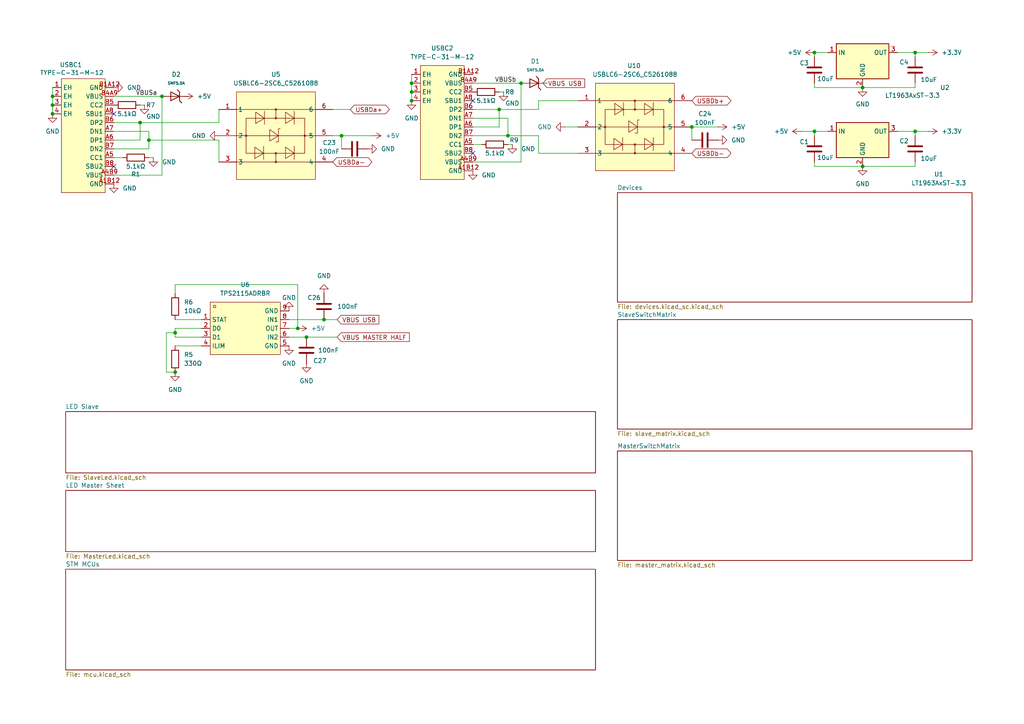
<source format=kicad_sch>
(kicad_sch (version 20250114) (generator "eeschema") (generator_version "9.0")
  (paper "A4")
  (title_block (title "Yellow Panda Split Keyboard"))
  (lib_symbols
    (symbol "Device:C" (pin_numbers (hide yes)) (pin_names (offset 0.254))
      (property "Reference" "C" (at 0.635 2.54 0))
      (property "Value" "C" (at 0.635 -2.54 0))
      (symbol "C_0_1"
        (polyline (pts (xy -2.032 0.762) (xy 2.032 0.762)) (stroke (width 0.508)))
        (polyline (pts (xy -2.032 -0.762) (xy 2.032 -0.762)) (stroke (width 0.508)))
      )
      (symbol "C_1_1"
        (pin passive line (at 0 3.81 270) (length 2.794) (name "~") (number "1"))
        (pin passive line (at 0 -3.81 90) (length 2.794) (name "~") (number "2"))
      )
    )
    (symbol "Device:R" (pin_numbers (hide yes)) (pin_names (offset 0))
      (property "Reference" "R" (at 2.032 0 90))
      (property "Value" "R" (at 0 0 90))
      (symbol "R_0_1"
        (rectangle (start -1.016 -2.54) (end 1.016 2.54) (stroke (width 0.254)))
      )
      (symbol "R_1_1"
        (pin passive line (at 0 3.81 270) (length 1.27) (name "~") (number "1"))
        (pin passive line (at 0 -3.81 90) (length 1.27) (name "~") (number "2"))
      )
    )
    (symbol "PCM_JLCPCB-Diodes:TVS-Uni,SMF5.0A" (pin_numbers (hide yes)) (pin_names (offset 0))
      (property "Reference" "D" (at 2.032 0.834 0))
      (property "Value" "SMF5.0A" (at 2.032 -1.2122 0))
      (symbol "TVS-Uni,SMF5.0A_0_1"
        (polyline (pts (xy -1.905 -1.905) (xy -1.27 -1.27) (xy 1.27 -1.27) (xy 1.905 -0.635)) (stroke (width 0.254)))
        (polyline (pts (xy -1.27 1.27) (xy 0 -1.27) (xy 1.27 1.27) (xy -1.27 1.27)) (stroke (width 0.254)))
      )
      (symbol "TVS-Uni,SMF5.0A_1_1"
        (pin passive line (at 0 3.81 270) (length 3.81) (name "~") (number "2"))
        (pin passive line (at 0 -3.81 90) (length 3.81) (name "~") (number "1"))
      )
    )
    (symbol "Regulator_Linear:LT1963AxST-3.3"
      (property "Reference" "U" (at -7.62 6.35 0))
      (property "Value" "LT1963AxST-3.3" (at -1.27 6.35 0))
      (symbol "LT1963AxST-3.3_0_1"
        (rectangle (start -7.62 5.08) (end 7.62 -5.08) (stroke (width 0.254)) (fill (type background)))
      )
      (symbol "LT1963AxST-3.3_1_1"
        (pin power_in line (at -10.16 2.54 0) (length 2.54) (name "IN") (number "1"))
        (pin power_in line (at 0 -7.62 90) (length 2.54) (name "GND") (number "2"))
        (pin power_out line (at 10.16 2.54 180) (length 2.54) (name "OUT") (number "3"))
      )
    )
    (symbol "easyeda2kicad:TPS2115ADRBR"
      (property "Reference" "U" (at 0 10.16 0))
      (property "Value" "TPS2115ADRBR" (at 0 -10.16 0))
      (symbol "TPS2115ADRBR_0_1"
        (rectangle (start -10.16 7.62) (end 10.16 -7.62) (fill (type background)))
        (circle (center -8.89 6.35) (radius 0.38))
        (pin unspecified line (at -12.7 2.54 0) (length 2.54) (name "STAT") (number "1"))
        (pin unspecified line (at -12.7 0 0) (length 2.54) (name "D0") (number "2"))
        (pin unspecified line (at -12.7 -2.54 0) (length 2.54) (name "D1") (number "3"))
        (pin unspecified line (at -12.7 -5.08 0) (length 2.54) (name "ILIM") (number "4"))
        (pin unspecified line (at 12.7 5.08 180) (length 2.54) (name "GND") (number "9"))
        (pin unspecified line (at 12.7 2.54 180) (length 2.54) (name "IN1") (number "8"))
        (pin unspecified line (at 12.7 0 180) (length 2.54) (name "OUT") (number "7"))
        (pin unspecified line (at 12.7 -2.54 180) (length 2.54) (name "IN2") (number "6"))
        (pin unspecified line (at 12.7 -5.08 180) (length 2.54) (name "GND") (number "5"))
      )
    )
    (symbol "easyeda2kicad:TYPE-C-31-M-12"
      (property "Reference" "USBC" (at 0 19.05 0))
      (property "Value" "TYPE-C-31-M-12" (at 0 -19.05 0))
      (symbol "TYPE-C-31-M-12_0_1"
        (rectangle (start -6.35 16.51) (end 6.35 -16.51) (fill (type background)))
        (pin unspecified line (at -8.89 13.97 0) (length 2.54) (name "GND") (number "A1B12"))
        (pin unspecified line (at -8.89 11.43 0) (length 2.54) (name "VBUS") (number "A4B9"))
        (pin unspecified line (at -8.89 8.89 0) (length 2.54) (name "SBU2") (number "B8"))
        (pin unspecified line (at -8.89 6.35 0) (length 2.54) (name "CC1") (number "A5"))
        (pin unspecified line (at -8.89 3.81 0) (length 2.54) (name "DN2") (number "B7"))
        (pin unspecified line (at -8.89 1.27 0) (length 2.54) (name "DP1") (number "A6"))
        (pin unspecified line (at -8.89 -1.27 0) (length 2.54) (name "DN1") (number "A7"))
        (pin unspecified line (at -8.89 -3.81 0) (length 2.54) (name "DP2") (number "B6"))
        (pin unspecified line (at -8.89 -6.35 0) (length 2.54) (name "SBU1") (number "A8"))
        (pin unspecified line (at -8.89 -8.89 0) (length 2.54) (name "CC2") (number "B5"))
        (pin unspecified line (at -8.89 -11.43 0) (length 2.54) (name "VBUS") (number "B4A9"))
        (pin unspecified line (at -8.89 -13.97 0) (length 2.54) (name "GND") (number "B1A12"))
        (pin unspecified line (at 8.89 -6.35 180) (length 2.54) (name "EH") (number "4"))
        (pin unspecified line (at 8.89 -8.89 180) (length 2.54) (name "EH") (number "3"))
        (pin unspecified line (at 8.89 -11.43 180) (length 2.54) (name "EH") (number "2"))
        (pin unspecified line (at 8.89 -13.97 180) (length 2.54) (name "EH") (number "1"))
      )
    )
    (symbol "easyeda2kicad:USBLC6-2SC6_C5261088"
      (property "Reference" "U" (at 0 12.7 0))
      (property "Value" "USBLC6-2SC6_C5261088" (at 0 -12.7 0))
      (symbol "USBLC6-2SC6_C5261088_0_1"
        (rectangle (start -11.43 12.7) (end 11.43 -12.7) (fill (type background)))
        (polyline (pts (xy -11.43 7.62) (xy 11.43 7.62)))
        (polyline (pts (xy -11.43 0) (xy 11.43 0)))
        (polyline (pts (xy -11.43 -7.62) (xy 11.43 -7.62)))
        (circle (center -8.64 0) (radius 0.25))
        (polyline (pts (xy -8.64 0) (xy -8.64 5.08) (xy 8.38 5.08) (xy 8.38 -5.08) (xy -8.64 -5.08) (xy -8.64 0)) (fill (type background)))
        (polyline (pts (xy -6.1 -6.6) (xy -3.56 -5.08) (xy -6.1 -3.3) (xy -6.1 -6.6)) (fill (type background)))
        (polyline (pts (xy -5.84 3.56) (xy -3.3 5.08) (xy -5.84 6.86) (xy -5.84 3.56)) (fill (type background)))
        (polyline (pts (xy -3.56 -3.05) (xy -3.56 -3.05) (xy -3.56 -6.86) (xy -3.56 -6.86)))
        (polyline (pts (xy -3.3 7.11) (xy -3.3 7.11) (xy -3.3 3.3) (xy -3.3 3.3)))
        (polyline (pts (xy -1.78 -1.52) (xy 0.76 0) (xy -1.78 1.78) (xy -1.78 -1.52)) (fill (type background)))
        (circle (center 0 7.62) (radius 0.25))
        (polyline (pts (xy 0 7.62) (xy 0 5.08)))
        (circle (center 0 5.08) (radius 0.25))
        (circle (center 0 -5.08) (radius 0.25))
        (polyline (pts (xy 0 -7.62) (xy 0 -5.08)))
        (circle (center 0 -7.62) (radius 0.25))
        (polyline (pts (xy 1.27 2.03) (xy 0.76 2.03) (xy 0.76 -1.78) (xy 0 -1.78)))
        (polyline (pts (xy 2.79 3.56) (xy 5.33 5.08) (xy 2.79 6.86) (xy 2.79 3.56)) (fill (type background)))
        (polyline (pts (xy 2.79 -6.6) (xy 5.33 -5.08) (xy 2.79 -3.3) (xy 2.79 -6.6)) (fill (type background)))
        (polyline (pts (xy 5.33 7.11) (xy 5.33 7.11) (xy 5.33 3.3) (xy 5.33 3.3)))
        (polyline (pts (xy 5.33 -3.05) (xy 5.33 -3.05) (xy 5.33 -6.86) (xy 5.33 -6.86)))
        (circle (center 8.38 0) (radius 0.25))
        (pin input line (at -16.51 7.62 0) (length 5.08) (name "1") (number "1"))
        (pin input line (at -16.51 0 0) (length 5.08) (name "2") (number "2"))
        (pin input line (at -16.51 -7.62 0) (length 5.08) (name "3") (number "3"))
        (pin input line (at 16.51 7.62 180) (length 5.08) (name "6") (number "6"))
        (pin input line (at 16.51 0 180) (length 5.08) (name "5") (number "5"))
        (pin input line (at 16.51 -7.62 180) (length 5.08) (name "4") (number "4"))
      )
    )
    (symbol "power:+3.3V" (power) (pin_numbers (hide yes)) (pin_names (offset 0) (hide yes))
      (property "Value" "+3.3V" (at 0 3.556 0))
      (symbol "+3.3V_0_1"
        (polyline (pts (xy -0.762 1.27) (xy 0 2.54)))
        (polyline (pts (xy 0 2.54) (xy 0.762 1.27)))
        (polyline (pts (xy 0 0) (xy 0 2.54)))
      )
      (symbol "+3.3V_1_1"
        (pin power_in line (at 0 0 90) (length 0) (name "~") (number "1"))
      )
    )
    (symbol "power:+5V" (power) (pin_numbers (hide yes)) (pin_names (offset 0) (hide yes))
      (property "Value" "+5V" (at 0 3.556 0))
      (symbol "+5V_0_1"
        (polyline (pts (xy -0.762 1.27) (xy 0 2.54)))
        (polyline (pts (xy 0 2.54) (xy 0.762 1.27)))
        (polyline (pts (xy 0 0) (xy 0 2.54)))
      )
      (symbol "+5V_1_1"
        (pin power_in line (at 0 0 90) (length 0) (name "~") (number "1"))
      )
    )
    (symbol "power:GND" (power) (pin_numbers (hide yes)) (pin_names (offset 0) (hide yes))
      (property "Value" "GND" (at 0 -3.81 0))
      (symbol "GND_0_1"
        (polyline (pts (xy 0 0) (xy 0 -1.27) (xy 1.27 -1.27) (xy 0 -2.54) (xy -1.27 -1.27) (xy 0 -1.27)))
      )
      (symbol "GND_1_1"
        (pin power_in line (at 0 0 270) (length 0) (name "~") (number "1"))
      )
    )
  )
  (junction (at 15.24 27.94))
  (junction (at 40.64 35.56))
  (junction (at 200.66 36.83))
  (junction (at 46.99 27.94))
  (junction (at 250.19 25.4))
  (junction (at 119.38 24.13))
  (junction (at 99.06 39.37))
  (junction (at 43.18 40.64))
  (junction (at 250.19 48.26))
  (junction (at 93.98 92.71))
  (junction (at 236.22 15.24))
  (junction (at 265.43 15.24))
  (junction (at 236.22 38.1))
  (junction (at 265.43 38.1))
  (junction (at 50.8 96.52))
  (junction (at 50.8 107.95))
  (junction (at 119.38 26.67))
  (junction (at 151.13 24.13))
  (junction (at 15.24 30.48))
  (junction (at 119.38 29.21))
  (junction (at 144.78 31.75))
  (junction (at 88.9 97.79))
  (junction (at 147.32 39.37))
  (junction (at 86.36 95.25))
  (junction (at 15.24 33.02))
  (no_connect (at 33.02 33.02))
  (no_connect (at 137.16 29.21))
  (no_connect (at 137.16 44.45))
  (no_connect (at 33.02 48.26))
  (wire (pts (xy 147.32 39.37) (xy 156.21 39.37)))
  (wire (pts (xy 250.19 48.26) (xy 236.22 48.26)))
  (wire (pts (xy 137.16 46.99) (xy 151.13 46.99)))
  (wire (pts (xy 86.36 82.55) (xy 50.8 82.55)))
  (wire (pts (xy 236.22 25.4) (xy 236.22 24.13)))
  (wire (pts (xy 250.19 25.4) (xy 265.43 25.4)))
  (wire (pts (xy 48.26 107.95) (xy 50.8 107.95)))
  (wire (pts (xy 43.18 40.64) (xy 63.5 40.64)))
  (wire (pts (xy 33.02 43.18) (xy 43.18 43.18)))
  (wire (pts (xy 86.36 95.25) (xy 86.36 82.55)))
  (wire (pts (xy 50.8 92.71) (xy 58.42 92.71)))
  (wire (pts (xy 156.21 44.45) (xy 167.64 44.45)))
  (wire (pts (xy 50.8 97.79) (xy 58.42 97.79)))
  (wire (pts (xy 265.43 25.4) (xy 265.43 24.13)))
  (wire (pts (xy 158.75 24.13) (xy 157.48 24.13)))
  (wire (pts (xy 50.8 82.55) (xy 50.8 85.09)))
  (wire (pts (xy 137.16 39.37) (xy 147.32 39.37)))
  (wire (pts (xy 250.19 25.4) (xy 236.22 25.4)))
  (wire (pts (xy 200.66 40.64) (xy 200.66 36.83)))
  (wire (pts (xy 236.22 39.37) (xy 236.22 38.1)))
  (wire (pts (xy 63.5 35.56) (xy 63.5 31.75)))
  (wire (pts (xy 265.43 48.26) (xy 265.43 46.99)))
  (wire (pts (xy 265.43 39.37) (xy 265.43 38.1)))
  (wire (pts (xy 137.16 36.83) (xy 144.78 36.83)))
  (wire (pts (xy 63.5 40.64) (xy 63.5 46.99)))
  (wire (pts (xy 15.24 30.48) (xy 15.24 33.02)))
  (wire (pts (xy 33.02 27.94) (xy 46.99 27.94)))
  (wire (pts (xy 83.82 95.25) (xy 86.36 95.25)))
  (wire (pts (xy 151.13 46.99) (xy 151.13 24.13)))
  (wire (pts (xy 265.43 15.24) (xy 269.24 15.24)))
  (wire (pts (xy 40.64 35.56) (xy 33.02 35.56)))
  (wire (pts (xy 119.38 24.13) (xy 119.38 26.67)))
  (wire (pts (xy 144.78 36.83) (xy 144.78 31.75)))
  (wire (pts (xy 137.16 41.91) (xy 139.7 41.91)))
  (wire (pts (xy 236.22 38.1) (xy 240.03 38.1)))
  (wire (pts (xy 83.82 92.71) (xy 93.98 92.71)))
  (wire (pts (xy 97.79 92.71) (xy 93.98 92.71)))
  (wire (pts (xy 43.18 38.1) (xy 33.02 38.1)))
  (wire (pts (xy 265.43 38.1) (xy 269.24 38.1)))
  (wire (pts (xy 156.21 39.37) (xy 156.21 44.45)))
  (wire (pts (xy 147.32 41.91) (xy 148.59 41.91)))
  (wire (pts (xy 15.24 25.4) (xy 15.24 27.94)))
  (wire (pts (xy 144.78 26.67) (xy 146.05 26.67)))
  (wire (pts (xy 147.32 34.29) (xy 147.32 39.37)))
  (wire (pts (xy 260.35 38.1) (xy 265.43 38.1)))
  (wire (pts (xy 99.06 43.18) (xy 99.06 39.37)))
  (wire (pts (xy 50.8 95.25) (xy 58.42 95.25)))
  (wire (pts (xy 15.24 27.94) (xy 15.24 30.48)))
  (wire (pts (xy 236.22 15.24) (xy 240.03 15.24)))
  (wire (pts (xy 107.95 39.37) (xy 99.06 39.37)))
  (wire (pts (xy 144.78 31.75) (xy 137.16 31.75)))
  (wire (pts (xy 156.21 29.21) (xy 167.64 29.21)))
  (wire (pts (xy 250.19 48.26) (xy 265.43 48.26)))
  (wire (pts (xy 144.78 31.75) (xy 156.21 31.75)))
  (wire (pts (xy 43.18 40.64) (xy 43.18 38.1)))
  (wire (pts (xy 33.02 50.8) (xy 46.99 50.8)))
  (wire (pts (xy 43.18 45.72) (xy 44.45 45.72)))
  (wire (pts (xy 43.18 43.18) (xy 43.18 40.64)))
  (wire (pts (xy 119.38 21.59) (xy 119.38 24.13)))
  (wire (pts (xy 50.8 95.25) (xy 50.8 96.52)))
  (wire (pts (xy 99.06 39.37) (xy 96.52 39.37)))
  (wire (pts (xy 156.21 31.75) (xy 156.21 29.21)))
  (wire (pts (xy 50.8 100.33) (xy 58.42 100.33)))
  (wire (pts (xy 167.64 36.83) (xy 163.83 36.83)))
  (wire (pts (xy 48.26 96.52) (xy 50.8 96.52)))
  (wire (pts (xy 101.6 31.75) (xy 96.52 31.75)))
  (wire (pts (xy 236.22 16.51) (xy 236.22 15.24)))
  (wire (pts (xy 260.35 15.24) (xy 265.43 15.24)))
  (wire (pts (xy 48.26 96.52) (xy 48.26 107.95)))
  (wire (pts (xy 33.02 45.72) (xy 35.56 45.72)))
  (wire (pts (xy 88.9 97.79) (xy 83.82 97.79)))
  (wire (pts (xy 147.32 34.29) (xy 137.16 34.29)))
  (wire (pts (xy 119.38 26.67) (xy 119.38 29.21)))
  (wire (pts (xy 40.64 30.48) (xy 41.91 30.48)))
  (wire (pts (xy 46.99 50.8) (xy 46.99 27.94)))
  (wire (pts (xy 40.64 40.64) (xy 40.64 35.56)))
  (wire (pts (xy 137.16 24.13) (xy 151.13 24.13)))
  (wire (pts (xy 54.61 27.94) (xy 53.34 27.94)))
  (wire (pts (xy 50.8 96.52) (xy 50.8 97.79)))
  (wire (pts (xy 33.02 40.64) (xy 40.64 40.64)))
  (wire (pts (xy 40.64 35.56) (xy 63.5 35.56)))
  (wire (pts (xy 232.41 38.1) (xy 236.22 38.1)))
  (wire (pts (xy 265.43 16.51) (xy 265.43 15.24)))
  (wire (pts (xy 236.22 48.26) (xy 236.22 46.99)))
  (wire (pts (xy 97.79 97.79) (xy 88.9 97.79)))
  (wire (pts (xy 200.66 36.83) (xy 208.28 36.83)))
  (label "VBUSb" (at 143.51 24.13 0))
  (label "VBUSa" (at 39.37 27.94 0))
  (global_label "USBDb+" (shape bidirectional) (at 200.66 29.21 0) (property "Intersheetrefs" "${INTERSHEET_REFS}" (effects (hide yes))))
  (global_label "VBUS USB" (shape input) (at 157.48 24.13 0) (property "Intersheetrefs" "${INTERSHEET_REFS}" (effects (hide yes))))
  (global_label "USBDa+" (shape bidirectional) (at 101.6 31.75 0) (property "Intersheetrefs" "${INTERSHEET_REFS}" (effects (hide yes))))
  (global_label "VBUS MASTER HALF" (shape input) (at 97.79 97.79 0) (property "Intersheetrefs" "${INTERSHEET_REFS}" (effects (hide yes))))
  (global_label "VBUS USB" (shape input) (at 97.79 92.71 0) (property "Intersheetrefs" "${INTERSHEET_REFS}" (effects (hide yes))))
  (global_label "USBDa-" (shape bidirectional) (at 96.52 46.99 0) (property "Intersheetrefs" "${INTERSHEET_REFS}" (effects (hide yes))))
  (global_label "USBDb-" (shape bidirectional) (at 200.66 44.45 0) (property "Intersheetrefs" "${INTERSHEET_REFS}" (effects (hide yes))))
  (symbol (lib_id "power:GND") (at 93.98 85.09 180) (unit 1)
    (property "Reference" "#PWR0110" (effects (hide yes)))
    (property "Value" "GND" (at 93.98 80.01 0))
    (property "Description" "Power symbol creates a global label with name \"GND\" , ground" (effects (hide yes)))
  )
  (symbol (lib_id "power:+3.3V") (at 269.24 38.1 270) (unit 1)
    (property "Reference" "#PWR04" (effects (hide yes)))
    (property "Value" "+3.3V" (at 273.05 38.0999 90) (effects (justify left)))
    (property "Description" "Power symbol creates a global label with name \"+3.3V\"" (effects (hide yes)))
  )
  (symbol (lib_id "Device:R") (at 50.8 104.14 0) (unit 1)
    (property "Reference" "R5" (at 53.34 102.8699 0) (effects (justify left)))
    (property "Value" "330Ω" (at 53.34 105.4099 0) (effects (justify left)))
    (property "Footprint" "Resistor_SMD:R_0805_2012Metric" (effects (hide yes)))
    (property "Description" "Resistor" (effects (hide yes)))
    (property "LCSC" "C17630" (effects (hide yes)))
    (property "LCSC Part" "C17630" (effects (hide yes)))
  )
  (symbol (lib_id "Device:C") (at 236.22 20.32 0) (unit 1)
    (property "Reference" "C3" (at 231.902 18.288 0) (effects (justify left)))
    (property "Value" "10uF" (at 236.982 22.86 0) (effects (justify left)))
    (property "Footprint" "Capacitor_SMD:C_1206_3216Metric" (effects (hide yes)))
    (property "Description" "Unpolarized capacitor" (effects (hide yes)))
    (property "LCSC" "C13585" (effects (hide yes)))
    (property "LCSC Part" "C13585" (effects (hide yes)))
  )
  (symbol (lib_id "power:GND") (at 41.91 30.48 0) (unit 1)
    (property "Reference" "#PWR0183" (effects (hide yes)))
    (property "Value" "GND" (at 42.418 33.782 0) (effects (justify left)))
    (property "Description" "Power symbol creates a global label with name \"GND\" , ground" (effects (hide yes)))
  )
  (symbol (lib_id "power:+3.3V") (at 269.24 15.24 270) (unit 1)
    (property "Reference" "#PWR0180" (effects (hide yes)))
    (property "Value" "+3.3V" (at 273.05 15.2399 90) (effects (justify left)))
    (property "Description" "Power symbol creates a global label with name \"+3.3V\"" (effects (hide yes)))
  )
  (symbol (lib_id "easyeda2kicad:TYPE-C-31-M-12") (at 128.27 35.56 180) (unit 1)
    (property "Reference" "USBC2" (at 128.27 13.97 0))
    (property "Value" "TYPE-C-31-M-12" (at 128.27 16.51 0))
    (property "Footprint" "easyeda2kicad:USB-C_SMD-TYPE-C-31-M-12_1" (effects (hide yes)))
    (property "Datasheet" "https://lcsc.com/product-detail/USB-Type-C_Korean-Hroparts-Elec-TYPE-C-31-M-12_C165948.html" (effects (hide yes)))
    (property "LCSC Part" "C165948" (effects (hide yes)))
    (property "LCSC" "C165948" (effects (hide yes)))
  )
  (symbol (lib_id "Device:C") (at 265.43 43.18 0) (unit 1)
    (property "Reference" "C2" (at 260.858 40.894 0) (effects (justify left)))
    (property "Value" "10uF" (at 266.954 45.974 0) (effects (justify left)))
    (property "Footprint" "Capacitor_SMD:C_1206_3216Metric" (effects (hide yes)))
    (property "Description" "Unpolarized capacitor" (effects (hide yes)))
    (property "LCSC" "C13585" (effects (hide yes)))
    (property "LCSC Part" "C13585" (effects (hide yes)))
  )
  (symbol (lib_id "power:+5V") (at 107.95 39.37 270) (unit 1)
    (property "Reference" "#PWR012" (effects (hide yes)))
    (property "Value" "+5V" (at 111.76 39.3699 90) (effects (justify left)))
    (property "Description" "Power symbol creates a global label with name \"+5V\"" (effects (hide yes)))
  )
  (symbol (lib_id "power:GND") (at 106.68 43.18 90) (unit 1)
    (property "Reference" "#PWR013" (effects (hide yes)))
    (property "Value" "GND" (at 110.49 43.1799 90) (effects (justify right)))
    (property "Description" "Power symbol creates a global label with name \"GND\" , ground" (effects (hide yes)))
  )
  (symbol (lib_id "PCM_JLCPCB-Diodes:TVS-Uni,SMF5.0A") (at 50.8 27.94 90) (unit 1)
    (property "Reference" "D2" (at 51.1175 21.59 90))
    (property "Value" "SMF5.0A" (at 51.1175 24.13 90) (effects (font (size 0.8 0.8))))
    (property "Footprint" "PCM_JLCPCB:D_SOD-123FL" (effects (hide yes)))
    (property "Datasheet" "https://wmsc.lcsc.com/wmsc/upload/file/pdf/v2/lcsc/2312041000_hongjiacheng-SMF5-0A_C19077497.pdf" (effects (hide yes)))
    (property "Description" "27.4A 7.3V 200W 6.4V Unidirectional 5V SOD-123FL ESD and Surge Protection (TVS/ESD) ROHS" (effects (hide yes)))
    (property "LCSC" "C19077497" (effects (hide yes)))
    (property "Stock" "158412" (effects (hide yes)))
    (property "Price" "0.028USD" (effects (hide yes)))
    (property "Process" "SMT" (effects (hide yes)))
    (property "Minimum Qty" "15" (effects (hide yes)))
    (property "Attrition Qty" "4" (effects (hide yes)))
    (property "Class" "Preferred Component" (effects (hide yes)))
    (property "Category" "Circuit Protection,ESD And Surge Protection (TVS/ESD)" (effects (hide yes)))
    (property "Manufacturer" "hongjiacheng" (effects (hide yes)))
    (property "Part" "SMF5.0A" (effects (hide yes)))
    (property "LCSC Part" "C19077497" (effects (hide yes)))
  )
  (symbol (lib_id "easyeda2kicad:USBLC6-2SC6_C5261088") (at 184.15 36.83 0) (unit 1)
    (property "Reference" "U10" (at 183.896 19.05 0))
    (property "Value" "USBLC6-2SC6_C5261088" (at 184.15 21.59 0))
    (property "Footprint" "easyeda2kicad:SOT-23-6_L2.9-W1.6-P0.95-LS2.8-BR" (effects (hide yes)))
    (property "LCSC Part" "C5261088" (effects (hide yes)))
    (property "LCSC" "C5261088" (effects (hide yes)))
  )
  (symbol (lib_id "power:GND") (at 208.28 40.64 90) (unit 1)
    (property "Reference" "#PWR041" (effects (hide yes)))
    (property "Value" "GND" (at 212.09 40.6399 90) (effects (justify right)))
    (property "Description" "Power symbol creates a global label with name \"GND\" , ground" (effects (hide yes)))
  )
  (symbol (lib_id "Device:R") (at 140.97 26.67 270) (unit 1)
    (property "Reference" "R8" (at 147.828 26.67 90))
    (property "Value" "5.1kΩ" (at 140.97 29.21 90))
    (property "Footprint" "Resistor_SMD:R_0603_1608Metric" (effects (hide yes)))
    (property "LCSC" "C2907114" (effects (hide yes)))
    (property "LCSC Part" "C2907114" (effects (hide yes)))
  )
  (symbol (lib_id "PCM_JLCPCB-Diodes:TVS-Uni,SMF5.0A") (at 154.94 24.13 90) (unit 1)
    (property "Reference" "D1" (at 155.2575 17.78 90))
    (property "Value" "SMF5.0A" (at 155.2575 20.32 90) (effects (font (size 0.8 0.8))))
    (property "Footprint" "PCM_JLCPCB:D_SOD-123FL" (effects (hide yes)))
    (property "Datasheet" "https://wmsc.lcsc.com/wmsc/upload/file/pdf/v2/lcsc/2312041000_hongjiacheng-SMF5-0A_C19077497.pdf" (effects (hide yes)))
    (property "Description" "27.4A 7.3V 200W 6.4V Unidirectional 5V SOD-123FL ESD and Surge Protection (TVS/ESD) ROHS" (effects (hide yes)))
    (property "LCSC" "C19077497" (effects (hide yes)))
    (property "Stock" "158412" (effects (hide yes)))
    (property "Price" "0.028USD" (effects (hide yes)))
    (property "Process" "SMT" (effects (hide yes)))
    (property "Minimum Qty" "15" (effects (hide yes)))
    (property "Attrition Qty" "4" (effects (hide yes)))
    (property "Class" "Preferred Component" (effects (hide yes)))
    (property "Category" "Circuit Protection,ESD And Surge Protection (TVS/ESD)" (effects (hide yes)))
    (property "Manufacturer" "hongjiacheng" (effects (hide yes)))
    (property "Part" "SMF5.0A" (effects (hide yes)))
    (property "LCSC Part" "C19077497" (effects (hide yes)))
  )
  (symbol (lib_id "Regulator_Linear:LT1963AxST-3.3") (at 250.19 40.64 0) (unit 1)
    (property "Reference" "U1" (at 272.288 50.546 0))
    (property "Value" "LT1963AxST-3.3" (at 272.288 53.086 0))
    (property "Footprint" "Package_TO_SOT_SMD:SOT-223-3_TabPin2" (effects (hide yes)))
    (property "Datasheet" "https://www.analog.com/media/en/technical-documentation/data-sheets/1963aff.pdf" (effects (hide yes)))
    (property "Description" "3.3V, 1.5A, Low Noise, Fast Transient Response LDO Regulator, SOT-223" (effects (hide yes)))
    (property "LCSC" "C6186" (effects (hide yes)))
    (property "LCSC Part" "C6186" (effects (hide yes)))
  )
  (symbol (lib_id "power:GND") (at 148.59 41.91 0) (unit 1)
    (property "Reference" "#PWR0188" (effects (hide yes)))
    (property "Value" "GND" (at 151.13 43.1799 0) (effects (justify left)))
    (property "Description" "Power symbol creates a global label with name \"GND\" , ground" (effects (hide yes)))
  )
  (symbol (lib_id "Device:C") (at 93.98 88.9 0) (unit 1)
    (property "Reference" "C26" (at 89.154 86.36 0) (effects (justify left)))
    (property "Value" "100nF" (at 97.79 88.9 0) (effects (justify left)))
    (property "Footprint" "Capacitor_SMD:C_0805_2012Metric" (effects (hide yes)))
    (property "Description" "Unpolarized capacitor" (effects (hide yes)))
    (property "LCSC" "C48579599" (effects (hide yes)))
    (property "LCSC Part" "C48579599" (effects (hide yes)))
  )
  (symbol (lib_id "Device:R") (at 143.51 41.91 270) (unit 1)
    (property "Reference" "R9" (at 149.098 40.64 90))
    (property "Value" "5.1kΩ" (at 143.51 44.45 90))
    (property "Footprint" "Resistor_SMD:R_0603_1608Metric" (effects (hide yes)))
    (property "LCSC" "C2907114" (effects (hide yes)))
    (property "LCSC Part" "C2907114" (effects (hide yes)))
  )
  (symbol (lib_id "power:GND") (at 15.24 33.02 0) (unit 1)
    (property "Reference" "#PWR015" (effects (hide yes)))
    (property "Value" "GND" (at 15.24 38.1 0))
    (property "Description" "Power symbol creates a global label with name \"GND\" , ground" (effects (hide yes)))
  )
  (symbol (lib_id "power:GND") (at 250.19 48.26 0) (unit 1)
    (property "Reference" "#PWR09" (effects (hide yes)))
    (property "Value" "GND" (at 250.19 53.34 0))
    (property "Description" "Power symbol creates a global label with name \"GND\" , ground" (effects (hide yes)))
  )
  (symbol (lib_id "power:+5V") (at 208.28 36.83 270) (unit 1)
    (property "Reference" "#PWR014" (effects (hide yes)))
    (property "Value" "+5V" (at 212.09 36.8299 90) (effects (justify left)))
    (property "Description" "Power symbol creates a global label with name \"+5V\"" (effects (hide yes)))
  )
  (symbol (lib_id "power:GND") (at 83.82 100.33 0) (unit 1)
    (property "Reference" "#PWR0108" (effects (hide yes)))
    (property "Value" "GND" (at 83.82 105.41 0))
    (property "Description" "Power symbol creates a global label with name \"GND\" , ground" (effects (hide yes)))
  )
  (symbol (lib_id "power:+5V") (at 53.34 27.94 270) (unit 1)
    (property "Reference" "#PWR01" (effects (hide yes)))
    (property "Value" "+5V" (at 57.15 27.9399 90) (effects (justify left)))
    (property "Description" "Power symbol creates a global label with name \"+5V\"" (effects (hide yes)))
  )
  (symbol (lib_id "Device:C") (at 102.87 43.18 90) (unit 1)
    (property "Reference" "C23" (at 95.504 41.402 90))
    (property "Value" "100nF" (at 95.504 43.942 90))
    (property "Footprint" "Capacitor_SMD:C_0805_2012Metric" (effects (hide yes)))
    (property "Description" "Unpolarized capacitor" (effects (hide yes)))
    (property "LCSC" "C48579599" (effects (hide yes)))
    (property "LCSC Part" "C48579599" (effects (hide yes)))
  )
  (symbol (lib_id "power:GND") (at 163.83 36.83 270) (unit 1)
    (property "Reference" "#PWR0185" (effects (hide yes)))
    (property "Value" "GND" (at 160.02 36.8299 90) (effects (justify right)))
    (property "Description" "Power symbol creates a global label with name \"GND\" , ground" (effects (hide yes)))
  )
  (symbol (lib_id "easyeda2kicad:TYPE-C-31-M-12") (at 24.13 39.37 180) (unit 1)
    (property "Reference" "USBC1" (at 20.574 18.796 0))
    (property "Value" "TYPE-C-31-M-12" (at 20.828 21.082 0))
    (property "Footprint" "easyeda2kicad:USB-C_SMD-TYPE-C-31-M-12_1" (effects (hide yes)))
    (property "Datasheet" "https://lcsc.com/product-detail/USB-Type-C_Korean-Hroparts-Elec-TYPE-C-31-M-12_C165948.html" (effects (hide yes)))
    (property "LCSC Part" "C165948" (effects (hide yes)))
    (property "LCSC" "C165948" (effects (hide yes)))
  )
  (symbol (lib_id "power:GND") (at 119.38 29.21 0) (unit 1)
    (property "Reference" "#PWR016" (effects (hide yes)))
    (property "Value" "GND" (at 119.38 34.29 0))
    (property "Description" "Power symbol creates a global label with name \"GND\" , ground" (effects (hide yes)))
  )
  (symbol (lib_id "Regulator_Linear:LT1963AxST-3.3") (at 250.19 17.78 0) (unit 1)
    (property "Reference" "U2" (at 274.066 25.4 0))
    (property "Value" "LT1963AxST-3.3" (at 264.668 27.686 0))
    (property "Footprint" "Package_TO_SOT_SMD:SOT-223-3_TabPin2" (effects (hide yes)))
    (property "Datasheet" "https://www.analog.com/media/en/technical-documentation/data-sheets/1963aff.pdf" (effects (hide yes)))
    (property "Description" "3.3V, 1.5A, Low Noise, Fast Transient Response LDO Regulator, SOT-223" (effects (hide yes)))
    (property "LCSC" "C6186" (effects (hide yes)))
    (property "LCSC Part" "C6186" (effects (hide yes)))
  )
  (symbol (lib_id "Device:C") (at 88.9 101.6 180) (unit 1)
    (property "Reference" "C27" (at 94.742 104.648 0) (effects (justify left)))
    (property "Value" "100nF" (at 98.298 101.6 0) (effects (justify left)))
    (property "Footprint" "Capacitor_SMD:C_0805_2012Metric" (effects (hide yes)))
    (property "Description" "Unpolarized capacitor" (effects (hide yes)))
    (property "LCSC" "C48579599" (effects (hide yes)))
    (property "LCSC Part" "C48579599" (effects (hide yes)))
  )
  (symbol (lib_id "Device:C") (at 204.47 40.64 90) (unit 1)
    (property "Reference" "C24" (at 204.47 33.02 90))
    (property "Value" "100nF" (at 204.47 35.56 90))
    (property "Footprint" "Capacitor_SMD:C_0805_2012Metric" (effects (hide yes)))
    (property "Description" "Unpolarized capacitor" (effects (hide yes)))
    (property "LCSC" "C48579599" (effects (hide yes)))
    (property "LCSC Part" "C48579599" (effects (hide yes)))
  )
  (symbol (lib_id "Device:C") (at 265.43 20.32 0) (unit 1)
    (property "Reference" "C4" (at 260.858 18.034 0) (effects (justify left)))
    (property "Value" "10uF" (at 266.954 23.114 0) (effects (justify left)))
    (property "Footprint" "Capacitor_SMD:C_1206_3216Metric" (effects (hide yes)))
    (property "Description" "Unpolarized capacitor" (effects (hide yes)))
    (property "LCSC" "C13585" (effects (hide yes)))
    (property "LCSC Part" "C13585" (effects (hide yes)))
  )
  (symbol (lib_id "easyeda2kicad:TPS2115ADRBR") (at 71.12 95.25 0) (unit 1)
    (property "Reference" "U6" (at 71.12 82.55 0))
    (property "Value" "TPS2115ADRBR" (at 71.12 85.09 0))
    (property "Footprint" "easyeda2kicad:SON-8_L3.0-W3.0-P0.65-LS3.0-BL-EP" (effects (hide yes)))
    (property "Datasheet" "https://lcsc.com/product-detail/PMIC-Battery-Management_TI_TPS2115ADRBR_TPS2115ADRBR_C140321.html" (effects (hide yes)))
    (property "LCSC Part" "C140321" (effects (hide yes)))
    (property "LCSC" "C140321" (effects (hide yes)))
  )
  (symbol (lib_id "Device:R") (at 39.37 45.72 270) (unit 1)
    (property "Reference" "R1" (at 39.37 50.546 90))
    (property "Value" "5.1kΩ" (at 39.37 48.26 90))
    (property "Footprint" "Resistor_SMD:R_0603_1608Metric" (effects (hide yes)))
    (property "LCSC" "C2907114" (effects (hide yes)))
    (property "LCSC Part" "C2907114" (effects (hide yes)))
  )
  (symbol (lib_id "power:GND") (at 83.82 90.17 180) (unit 1)
    (property "Reference" "#PWR0109" (effects (hide yes)))
    (property "Value" "GND" (at 83.82 86.36 0))
    (property "Description" "Power symbol creates a global label with name \"GND\" , ground" (effects (hide yes)))
  )
  (symbol (lib_id "Device:C") (at 236.22 43.18 0) (unit 1)
    (property "Reference" "C1" (at 231.902 41.148 0) (effects (justify left)))
    (property "Value" "10uF" (at 236.982 45.72 0) (effects (justify left)))
    (property "Footprint" "Capacitor_SMD:C_1206_3216Metric" (effects (hide yes)))
    (property "Description" "Unpolarized capacitor" (effects (hide yes)))
    (property "LCSC" "C13585" (effects (hide yes)))
    (property "LCSC Part" "C13585" (effects (hide yes)))
  )
  (symbol (lib_id "power:GND") (at 88.9 105.41 0) (unit 1)
    (property "Reference" "#PWR0111" (effects (hide yes)))
    (property "Value" "GND" (at 88.9 110.49 0))
    (property "Description" "Power symbol creates a global label with name \"GND\" , ground" (effects (hide yes)))
  )
  (symbol (lib_id "power:+5V") (at 232.41 38.1 90) (unit 1)
    (property "Reference" "#PWR03" (effects (hide yes)))
    (property "Value" "+5V" (at 228.6 38.0999 90) (effects (justify left)))
    (property "Description" "Power symbol creates a global label with name \"+5V\"" (effects (hide yes)))
  )
  (symbol (lib_id "Device:R") (at 36.83 30.48 270) (unit 1)
    (property "Reference" "R7" (at 43.688 30.48 90))
    (property "Value" "5.1kΩ" (at 36.83 33.02 90))
    (property "Footprint" "Resistor_SMD:R_0603_1608Metric" (effects (hide yes)))
    (property "LCSC" "C2907114" (effects (hide yes)))
    (property "LCSC Part" "C2907114" (effects (hide yes)))
  )
  (symbol (lib_id "Device:R") (at 50.8 88.9 0) (unit 1)
    (property "Reference" "R6" (at 53.34 87.6299 0) (effects (justify left)))
    (property "Value" "10kΩ" (at 53.34 90.1699 0) (effects (justify left)))
    (property "Footprint" "Resistor_SMD:R_0805_2012Metric" (effects (hide yes)))
    (property "Description" "Resistor" (effects (hide yes)))
    (property "LCSC" "C84376" (effects (hide yes)))
    (property "LCSC Part" "C84376" (effects (hide yes)))
  )
  (symbol (lib_id "power:GND") (at 137.16 49.53 0) (unit 1)
    (property "Reference" "#PWR0189" (effects (hide yes)))
    (property "Value" "GND" (at 139.7 50.7999 0) (effects (justify left)))
    (property "Description" "Power symbol creates a global label with name \"GND\" , ground" (effects (hide yes)))
  )
  (symbol (lib_id "easyeda2kicad:USBLC6-2SC6_C5261088") (at 80.01 39.37 0) (unit 1)
    (property "Reference" "U5" (at 80.01 21.59 0))
    (property "Value" "USBLC6-2SC6_C5261088" (at 80.01 24.13 0))
    (property "Footprint" "easyeda2kicad:SOT-23-6_L2.9-W1.6-P0.95-LS2.8-BR" (effects (hide yes)))
    (property "LCSC Part" "C5261088" (effects (hide yes)))
    (property "LCSC" "C5261088" (effects (hide yes)))
  )
  (symbol (lib_id "power:GND") (at 63.5 39.37 270) (unit 1)
    (property "Reference" "#PWR011" (effects (hide yes)))
    (property "Value" "GND" (at 59.69 39.3699 90) (effects (justify right)))
    (property "Description" "Power symbol creates a global label with name \"GND\" , ground" (effects (hide yes)))
  )
  (symbol (lib_id "power:GND") (at 33.02 25.4 90) (unit 1)
    (property "Reference" "#PWR0190" (effects (hide yes)))
    (property "Value" "GND" (at 36.83 25.3999 90) (effects (justify right)))
    (property "Description" "Power symbol creates a global label with name \"GND\" , ground" (effects (hide yes)))
  )
  (symbol (lib_id "power:GND") (at 44.45 45.72 0) (unit 1)
    (property "Reference" "#PWR07" (effects (hide yes)))
    (property "Value" "GND" (at 46.99 46.9899 0) (effects (justify left)))
    (property "Description" "Power symbol creates a global label with name \"GND\" , ground" (effects (hide yes)))
  )
  (symbol (lib_id "power:+5V") (at 86.36 95.25 270) (unit 1)
    (property "Reference" "#PWR05" (effects (hide yes)))
    (property "Value" "+5V" (at 90.17 95.2499 90) (effects (justify left)))
    (property "Description" "Power symbol creates a global label with name \"+5V\"" (effects (hide yes)))
  )
  (symbol (lib_id "power:GND") (at 50.8 107.95 0) (unit 1)
    (property "Reference" "#PWR0114" (effects (hide yes)))
    (property "Value" "GND" (at 50.8 113.03 0))
    (property "Description" "Power symbol creates a global label with name \"GND\" , ground" (effects (hide yes)))
  )
  (symbol (lib_id "power:GND") (at 33.02 53.34 0) (unit 1)
    (property "Reference" "#PWR0184" (effects (hide yes)))
    (property "Value" "GND" (at 35.56 54.6099 0) (effects (justify left)))
    (property "Description" "Power symbol creates a global label with name \"GND\" , ground" (effects (hide yes)))
  )
  (symbol (lib_id "power:+5V") (at 236.22 15.24 90) (unit 1)
    (property "Reference" "#PWR02" (effects (hide yes)))
    (property "Value" "+5V" (at 232.41 15.2399 90) (effects (justify left)))
    (property "Description" "Power symbol creates a global label with name \"+5V\"" (effects (hide yes)))
  )
  (symbol (lib_id "power:GND") (at 250.19 25.4 0) (unit 1)
    (property "Reference" "#PWR010" (effects (hide yes)))
    (property "Value" "GND" (at 250.19 30.226 0))
    (property "Description" "Power symbol creates a global label with name \"GND\" , ground" (effects (hide yes)))
  )
  (symbol (lib_id "power:GND") (at 146.05 26.67 0) (unit 1)
    (property "Reference" "#PWR0187" (effects (hide yes)))
    (property "Value" "GND" (at 146.558 29.972 0) (effects (justify left)))
    (property "Description" "Power symbol creates a global label with name \"GND\" , ground" (effects (hide yes)))
  )
  (sheet (at 179.07 130.81) (size 102.87 31.75) (stroke (width 0.1524))
    (property "Sheetname" "MasterSwitchMatrix" (at 179.07 130.0984 0) (effects (justify left bottom)))
    (property "Sheetfile" "master_matrix.kicad_sch" (at 179.07 163.1446 0) (effects (justify left top)))
  )
  (sheet (at 19.05 119.38) (size 153.67 17.78) (stroke (width 0.1524))
    (property "Sheetname" "LED Slave" (at 19.05 118.6684 0) (effects (justify left bottom)))
    (property "Sheetfile" "SlaveLed.kicad_sch" (at 19.05 137.7446 0) (effects (justify left top)))
  )
  (sheet (at 19.05 142.24) (size 153.67 17.78) (stroke (width 0.1524))
    (property "Sheetname" "LED Master Sheet" (at 19.05 141.5284 0) (effects (justify left bottom)))
    (property "Sheetfile" "MasterLed.kicad_sch" (at 19.05 160.6046 0) (effects (justify left top)))
  )
  (sheet (at 179.07 55.88) (size 102.87 31.75) (stroke (width 0.1524))
    (property "Sheetname" "Devices" (at 179.07 55.1684 0) (effects (justify left bottom)))
    (property "Sheetfile" "devices.kicad_sc.kicad_sch" (at 179.07 88.2146 0) (effects (justify left top)))
  )
  (sheet (at 179.07 92.71) (size 102.87 31.75) (stroke (width 0.1524))
    (property "Sheetname" "SlaveSwitchMatrix" (at 179.07 91.9984 0) (effects (justify left bottom)))
    (property "Sheetfile" "slave_matrix.kicad_sch" (at 179.07 125.0446 0) (effects (justify left top)))
  )
  (sheet (at 19.05 165.1) (size 153.67 29.21) (stroke (width 0.1524))
    (property "Sheetname" "STM MCUs" (at 19.05 164.3884 0) (effects (justify left bottom)))
    (property "Sheetfile" "mcu.kicad_sch" (at 19.05 194.8946 0) (effects (justify left top)))
  )
)
</source>
